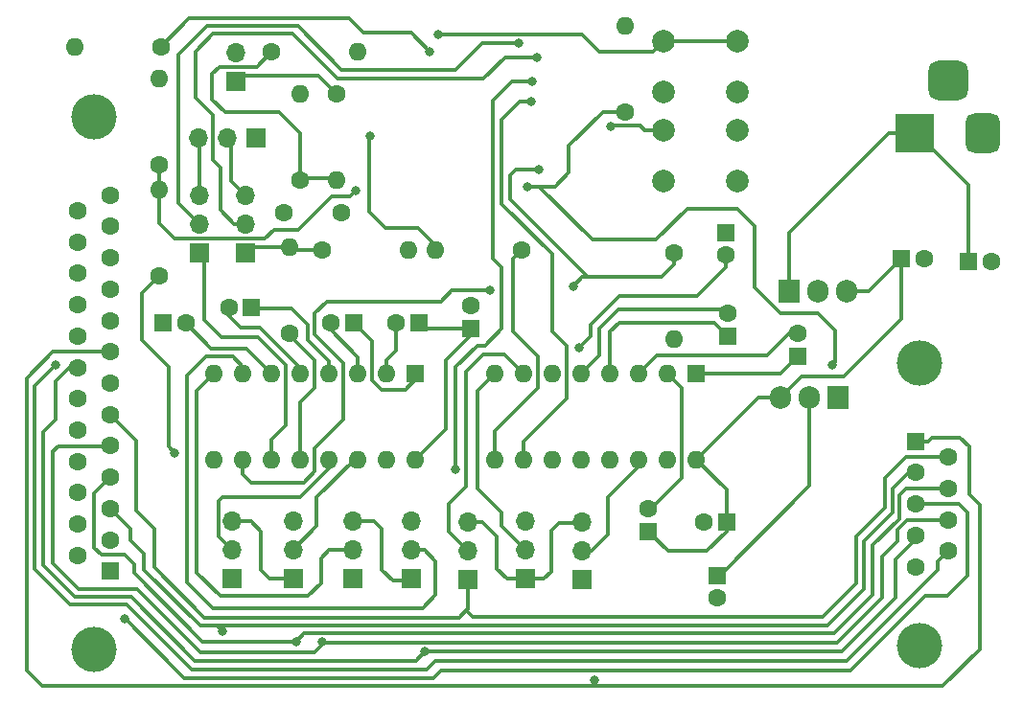
<source format=gbr>
%TF.GenerationSoftware,KiCad,Pcbnew,(6.0.2)*%
%TF.CreationDate,2022-07-30T21:02:22-05:00*%
%TF.ProjectId,WiFiModem,57694669-4d6f-4646-956d-2e6b69636164,rev?*%
%TF.SameCoordinates,Original*%
%TF.FileFunction,Copper,L2,Bot*%
%TF.FilePolarity,Positive*%
%FSLAX46Y46*%
G04 Gerber Fmt 4.6, Leading zero omitted, Abs format (unit mm)*
G04 Created by KiCad (PCBNEW (6.0.2)) date 2022-07-30 21:02:22*
%MOMM*%
%LPD*%
G01*
G04 APERTURE LIST*
G04 Aperture macros list*
%AMRoundRect*
0 Rectangle with rounded corners*
0 $1 Rounding radius*
0 $2 $3 $4 $5 $6 $7 $8 $9 X,Y pos of 4 corners*
0 Add a 4 corners polygon primitive as box body*
4,1,4,$2,$3,$4,$5,$6,$7,$8,$9,$2,$3,0*
0 Add four circle primitives for the rounded corners*
1,1,$1+$1,$2,$3*
1,1,$1+$1,$4,$5*
1,1,$1+$1,$6,$7*
1,1,$1+$1,$8,$9*
0 Add four rect primitives between the rounded corners*
20,1,$1+$1,$2,$3,$4,$5,0*
20,1,$1+$1,$4,$5,$6,$7,0*
20,1,$1+$1,$6,$7,$8,$9,0*
20,1,$1+$1,$8,$9,$2,$3,0*%
G04 Aperture macros list end*
%TA.AperFunction,ComponentPad*%
%ADD10R,1.600000X1.600000*%
%TD*%
%TA.AperFunction,ComponentPad*%
%ADD11C,1.600000*%
%TD*%
%TA.AperFunction,ComponentPad*%
%ADD12R,1.700000X1.700000*%
%TD*%
%TA.AperFunction,ComponentPad*%
%ADD13O,1.700000X1.700000*%
%TD*%
%TA.AperFunction,ComponentPad*%
%ADD14O,1.600000X1.600000*%
%TD*%
%TA.AperFunction,ComponentPad*%
%ADD15C,4.000000*%
%TD*%
%TA.AperFunction,ComponentPad*%
%ADD16R,1.905000X2.000000*%
%TD*%
%TA.AperFunction,ComponentPad*%
%ADD17O,1.905000X2.000000*%
%TD*%
%TA.AperFunction,ComponentPad*%
%ADD18C,2.000000*%
%TD*%
%TA.AperFunction,ComponentPad*%
%ADD19R,3.500000X3.500000*%
%TD*%
%TA.AperFunction,ComponentPad*%
%ADD20RoundRect,0.750000X0.750000X1.000000X-0.750000X1.000000X-0.750000X-1.000000X0.750000X-1.000000X0*%
%TD*%
%TA.AperFunction,ComponentPad*%
%ADD21RoundRect,0.875000X0.875000X0.875000X-0.875000X0.875000X-0.875000X-0.875000X0.875000X-0.875000X0*%
%TD*%
%TA.AperFunction,ViaPad*%
%ADD22C,0.800000*%
%TD*%
%TA.AperFunction,Conductor*%
%ADD23C,0.350000*%
%TD*%
G04 APERTURE END LIST*
D10*
%TO.P,C13,1*%
%TO.N,+5V*%
X136960000Y-111430000D03*
D11*
%TO.P,C13,2*%
%TO.N,GND*%
X134960000Y-111430000D03*
%TD*%
D12*
%TO.P,JP3,1,A*%
%TO.N,RTS*%
X103980000Y-116445000D03*
D13*
%TO.P,JP3,2,C*%
%TO.N,RTSB*%
X103980000Y-113905000D03*
%TO.P,JP3,3,B*%
%TO.N,CTS*%
X103980000Y-111365000D03*
%TD*%
D12*
%TO.P,JP2,1,A*%
%TO.N,TXD*%
X93300000Y-116435000D03*
D13*
%TO.P,JP2,2,C*%
%TO.N,TXDB*%
X93300000Y-113895000D03*
%TO.P,JP2,3,B*%
%TO.N,RXD*%
X93300000Y-111355000D03*
%TD*%
D11*
%TO.P,R10,1*%
%TO.N,Net-(R10-Pad1)*%
X118890000Y-87370000D03*
D14*
%TO.P,R10,2*%
%TO.N,GPIO14*%
X111270000Y-87370000D03*
%TD*%
D12*
%TO.P,JP10,1,A*%
%TO.N,DTR*%
X119160000Y-116475000D03*
D13*
%TO.P,JP10,2,C*%
%TO.N,DTRB*%
X119160000Y-113935000D03*
%TO.P,JP10,3,B*%
%TO.N,DSR*%
X119160000Y-111395000D03*
%TD*%
D15*
%TO.P,J1,0*%
%TO.N,N/C*%
X153970000Y-97345000D03*
X153970000Y-122345000D03*
D10*
%TO.P,J1,1,1*%
%TO.N,DCD*%
X153670000Y-104305000D03*
D11*
%TO.P,J1,2,2*%
%TO.N,TXD*%
X153670000Y-107075000D03*
%TO.P,J1,3,3*%
%TO.N,RXD*%
X153670000Y-109845000D03*
%TO.P,J1,4,4*%
%TO.N,DTR*%
X153670000Y-112615000D03*
%TO.P,J1,5,5*%
%TO.N,GND*%
X153670000Y-115385000D03*
%TO.P,J1,6,6*%
%TO.N,DSR*%
X156510000Y-105690000D03*
%TO.P,J1,7,7*%
%TO.N,CTS*%
X156510000Y-108460000D03*
%TO.P,J1,8,8*%
%TO.N,RTS*%
X156510000Y-111230000D03*
%TO.P,J1,9,9*%
%TO.N,RI*%
X156510000Y-114000000D03*
%TD*%
D10*
%TO.P,C11,1*%
%TO.N,GND*%
X136906000Y-85852000D03*
D11*
%TO.P,C11,2*%
%TO.N,Net-(C11-Pad2)*%
X136906000Y-87852000D03*
%TD*%
D10*
%TO.P,U3,1,C1+*%
%TO.N,Net-(C7-Pad1)*%
X109484000Y-98308000D03*
D14*
%TO.P,U3,2,VS+*%
%TO.N,Net-(C2-Pad2)*%
X106944000Y-98308000D03*
%TO.P,U3,3,C1-*%
%TO.N,Net-(C7-Pad2)*%
X104404000Y-98308000D03*
%TO.P,U3,4,C2+*%
%TO.N,Net-(C4-Pad1)*%
X101864000Y-98308000D03*
%TO.P,U3,5,C2-*%
%TO.N,Net-(C4-Pad2)*%
X99324000Y-98308000D03*
%TO.P,U3,6,VS-*%
%TO.N,Net-(C3-Pad2)*%
X96784000Y-98308000D03*
%TO.P,U3,7,T2OUT*%
%TO.N,CTSB*%
X94244000Y-98308000D03*
%TO.P,U3,8,R2IN*%
%TO.N,RTSB*%
X91704000Y-98308000D03*
%TO.P,U3,9,R2OUT*%
%TO.N,Net-(R1-Pad1)*%
X91704000Y-105928000D03*
%TO.P,U3,10,T2IN*%
%TO.N,GPIO15*%
X94244000Y-105928000D03*
%TO.P,U3,11,T1IN*%
%TO.N,GPIO1*%
X96784000Y-105928000D03*
%TO.P,U3,12,R1OUT*%
%TO.N,Net-(R3-Pad1)*%
X99324000Y-105928000D03*
%TO.P,U3,13,R1IN*%
%TO.N,TXDB*%
X101864000Y-105928000D03*
%TO.P,U3,14,T1OUT*%
%TO.N,RXDB*%
X104404000Y-105928000D03*
%TO.P,U3,15,GND*%
%TO.N,GND*%
X106944000Y-105928000D03*
%TO.P,U3,16,VCC*%
%TO.N,+5V*%
X109484000Y-105928000D03*
%TD*%
D16*
%TO.P,U2,1,VI*%
%TO.N,Net-(C1-Pad1)*%
X142494000Y-91018000D03*
D17*
%TO.P,U2,2,GND*%
%TO.N,GND*%
X145034000Y-91018000D03*
%TO.P,U2,3,VO*%
%TO.N,+5V*%
X147574000Y-91018000D03*
%TD*%
D10*
%TO.P,C3,1*%
%TO.N,GND*%
X87200000Y-93860000D03*
D11*
%TO.P,C3,2*%
%TO.N,Net-(C3-Pad2)*%
X89200000Y-93860000D03*
%TD*%
D10*
%TO.P,C2,1*%
%TO.N,+5V*%
X109760000Y-93800000D03*
D11*
%TO.P,C2,2*%
%TO.N,Net-(C2-Pad2)*%
X107760000Y-93800000D03*
%TD*%
D10*
%TO.P,C1,1*%
%TO.N,Net-(C1-Pad1)*%
X158302888Y-88392000D03*
D11*
%TO.P,C1,2*%
%TO.N,GND*%
X160302888Y-88392000D03*
%TD*%
D13*
%TO.P,JP9,3,B*%
%TO.N,DTR*%
X124206000Y-111440000D03*
%TO.P,JP9,2,C*%
%TO.N,DCD*%
X124206000Y-113980000D03*
D12*
%TO.P,JP9,1,A*%
%TO.N,DSR*%
X124206000Y-116520000D03*
%TD*%
D18*
%TO.P,SW1,1,1*%
%TO.N,GND*%
X137922000Y-73406000D03*
X131422000Y-73406000D03*
%TO.P,SW1,2,2*%
%TO.N,Net-(R6-Pad2)*%
X137922000Y-68906000D03*
X131422000Y-68906000D03*
%TD*%
D11*
%TO.P,R6,1*%
%TO.N,+3V3*%
X96774000Y-69850000D03*
D14*
%TO.P,R6,2*%
%TO.N,Net-(R6-Pad2)*%
X104394000Y-69850000D03*
%TD*%
D11*
%TO.P,R8,1*%
%TO.N,+3V3*%
X128016000Y-75184000D03*
D14*
%TO.P,R8,2*%
%TO.N,Net-(R8-Pad2)*%
X128016000Y-67564000D03*
%TD*%
D11*
%TO.P,R7,1*%
%TO.N,GPIO15*%
X132320000Y-87630000D03*
D14*
%TO.P,R7,2*%
%TO.N,GND*%
X132320000Y-95250000D03*
%TD*%
D12*
%TO.P,JP1,1,A*%
%TO.N,RXD*%
X98690000Y-116415000D03*
D13*
%TO.P,JP1,2,C*%
%TO.N,RXDB*%
X98690000Y-113875000D03*
%TO.P,JP1,3,B*%
%TO.N,TXD*%
X98690000Y-111335000D03*
%TD*%
D11*
%TO.P,R3,1*%
%TO.N,Net-(R3-Pad1)*%
X98400000Y-94720000D03*
D14*
%TO.P,R3,2*%
%TO.N,GPIO3*%
X98400000Y-87100000D03*
%TD*%
D15*
%TO.P,J2,0*%
%TO.N,N/C*%
X81100000Y-75610000D03*
X81100000Y-122710000D03*
D10*
%TO.P,J2,1,1*%
%TO.N,unconnected-(J2-Pad1)*%
X82520000Y-115780000D03*
D11*
%TO.P,J2,2,2*%
%TO.N,RXD*%
X82520000Y-113010000D03*
%TO.P,J2,3,3*%
%TO.N,TXD*%
X82520000Y-110240000D03*
%TO.P,J2,4,4*%
%TO.N,CTS*%
X82520000Y-107470000D03*
%TO.P,J2,5,5*%
%TO.N,RTS*%
X82520000Y-104700000D03*
%TO.P,J2,6,6*%
%TO.N,DSR*%
X82520000Y-101930000D03*
%TO.P,J2,7,7*%
%TO.N,GND*%
X82520000Y-99160000D03*
%TO.P,J2,8,8*%
%TO.N,DCD*%
X82520000Y-96390000D03*
%TO.P,J2,9,9*%
%TO.N,unconnected-(J2-Pad9)*%
X82520000Y-93620000D03*
%TO.P,J2,10,10*%
%TO.N,unconnected-(J2-Pad10)*%
X82520000Y-90850000D03*
%TO.P,J2,11,11*%
%TO.N,unconnected-(J2-Pad11)*%
X82520000Y-88080000D03*
%TO.P,J2,12,12*%
%TO.N,unconnected-(J2-Pad12)*%
X82520000Y-85310000D03*
%TO.P,J2,13,13*%
%TO.N,unconnected-(J2-Pad13)*%
X82520000Y-82540000D03*
%TO.P,J2,14,P14*%
%TO.N,unconnected-(J2-Pad14)*%
X79680000Y-114395000D03*
%TO.P,J2,15,P15*%
%TO.N,unconnected-(J2-Pad15)*%
X79680000Y-111625000D03*
%TO.P,J2,16,P16*%
%TO.N,unconnected-(J2-Pad16)*%
X79680000Y-108855000D03*
%TO.P,J2,17,P17*%
%TO.N,unconnected-(J2-Pad17)*%
X79680000Y-106085000D03*
%TO.P,J2,18,P18*%
%TO.N,unconnected-(J2-Pad18)*%
X79680000Y-103315000D03*
%TO.P,J2,19,P19*%
%TO.N,unconnected-(J2-Pad19)*%
X79680000Y-100545000D03*
%TO.P,J2,20,P20*%
%TO.N,DTR*%
X79680000Y-97775000D03*
%TO.P,J2,21,P21*%
%TO.N,unconnected-(J2-Pad21)*%
X79680000Y-95005000D03*
%TO.P,J2,22,P22*%
%TO.N,RI*%
X79680000Y-92235000D03*
%TO.P,J2,23,P23*%
%TO.N,unconnected-(J2-Pad23)*%
X79680000Y-89465000D03*
%TO.P,J2,24,P24*%
%TO.N,unconnected-(J2-Pad24)*%
X79680000Y-86695000D03*
%TO.P,J2,25,P25*%
%TO.N,unconnected-(J2-Pad25)*%
X79680000Y-83925000D03*
%TD*%
%TO.P,R12,1*%
%TO.N,GPIO14*%
X86980000Y-69420000D03*
D14*
%TO.P,R12,2*%
%TO.N,GND*%
X79360000Y-69420000D03*
%TD*%
D11*
%TO.P,R9,1*%
%TO.N,Net-(JP8-Pad1)*%
X102480000Y-73610000D03*
D14*
%TO.P,R9,2*%
%TO.N,+3V3*%
X102480000Y-81230000D03*
%TD*%
D11*
%TO.P,C9,1*%
%TO.N,GND*%
X97890000Y-84070000D03*
%TO.P,C9,2*%
%TO.N,+3V3*%
X102890000Y-84070000D03*
%TD*%
D12*
%TO.P,JP6,1,A*%
%TO.N,GPIO3*%
X94488000Y-87630000D03*
D13*
%TO.P,JP6,2,C*%
%TO.N,Net-(JP6-Pad2)*%
X94488000Y-85090000D03*
%TO.P,JP6,3,B*%
%TO.N,Net-(J4-Pad2)*%
X94488000Y-82550000D03*
%TD*%
D12*
%TO.P,J4,1,Pin_1*%
%TO.N,GND*%
X95390000Y-77490000D03*
D13*
%TO.P,J4,2,Pin_2*%
%TO.N,Net-(J4-Pad2)*%
X92850000Y-77490000D03*
%TO.P,J4,3,Pin_3*%
%TO.N,Net-(J4-Pad3)*%
X90310000Y-77490000D03*
%TD*%
D10*
%TO.P,C6,1*%
%TO.N,+5V*%
X114320000Y-94310000D03*
D11*
%TO.P,C6,2*%
%TO.N,GND*%
X114320000Y-92310000D03*
%TD*%
%TO.P,C10,2*%
%TO.N,Net-(C10-Pad2)*%
X130048000Y-110268000D03*
D10*
%TO.P,C10,1*%
%TO.N,+5V*%
X130048000Y-112268000D03*
%TD*%
D11*
%TO.P,R4,1*%
%TO.N,GPIO3*%
X101220000Y-87420000D03*
D14*
%TO.P,R4,2*%
%TO.N,GND*%
X108840000Y-87420000D03*
%TD*%
D18*
%TO.P,SW2,1,1*%
%TO.N,Net-(R8-Pad2)*%
X131422000Y-76780000D03*
X137922000Y-76780000D03*
%TO.P,SW2,2,2*%
%TO.N,GND*%
X131422000Y-81280000D03*
X137922000Y-81280000D03*
%TD*%
D10*
%TO.P,U5,1,C1+*%
%TO.N,Net-(C14-Pad1)*%
X134280000Y-98280000D03*
D14*
%TO.P,U5,2,VS+*%
%TO.N,Net-(C10-Pad2)*%
X131740000Y-98280000D03*
%TO.P,U5,3,C1-*%
%TO.N,Net-(C14-Pad2)*%
X129200000Y-98280000D03*
%TO.P,U5,4,C2+*%
%TO.N,Net-(C12-Pad1)*%
X126660000Y-98280000D03*
%TO.P,U5,5,C2-*%
%TO.N,Net-(C12-Pad2)*%
X124120000Y-98280000D03*
%TO.P,U5,6,VS-*%
%TO.N,Net-(C11-Pad2)*%
X121580000Y-98280000D03*
%TO.P,U5,7,T2OUT*%
%TO.N,DSRB*%
X119040000Y-98280000D03*
%TO.P,U5,8,R2IN*%
%TO.N,DTRB*%
X116500000Y-98280000D03*
%TO.P,U5,9,R2OUT*%
%TO.N,Net-(R10-Pad1)*%
X116500000Y-105900000D03*
%TO.P,U5,10,T2IN*%
%TO.N,GPIO4*%
X119040000Y-105900000D03*
%TO.P,U5,11,T1IN*%
%TO.N,GPIO5*%
X121580000Y-105900000D03*
%TO.P,U5,12,R1OUT*%
%TO.N,unconnected-(U5-Pad12)*%
X124120000Y-105900000D03*
%TO.P,U5,13,R1IN*%
%TO.N,unconnected-(U5-Pad13)*%
X126660000Y-105900000D03*
%TO.P,U5,14,T1OUT*%
%TO.N,DCD*%
X129200000Y-105900000D03*
%TO.P,U5,15,GND*%
%TO.N,GND*%
X131740000Y-105900000D03*
%TO.P,U5,16,VCC*%
%TO.N,+5V*%
X134280000Y-105900000D03*
%TD*%
D10*
%TO.P,C5,1*%
%TO.N,+5V*%
X152400000Y-88138000D03*
D11*
%TO.P,C5,2*%
%TO.N,GND*%
X154400000Y-88138000D03*
%TD*%
D12*
%TO.P,JP4,1,A*%
%TO.N,CTS*%
X109150000Y-116470000D03*
D13*
%TO.P,JP4,2,C*%
%TO.N,CTSB*%
X109150000Y-113930000D03*
%TO.P,JP4,3,B*%
%TO.N,RTS*%
X109150000Y-111390000D03*
%TD*%
D10*
%TO.P,C7,1*%
%TO.N,Net-(C7-Pad1)*%
X104000000Y-93800000D03*
D11*
%TO.P,C7,2*%
%TO.N,Net-(C7-Pad2)*%
X102000000Y-93800000D03*
%TD*%
D16*
%TO.P,U4,1,GND*%
%TO.N,GND*%
X146800000Y-100440000D03*
D17*
%TO.P,U4,2,VO*%
%TO.N,+3V3*%
X144260000Y-100440000D03*
%TO.P,U4,3,VI*%
%TO.N,+5V*%
X141720000Y-100440000D03*
%TD*%
D10*
%TO.P,C8,1*%
%TO.N,+3V3*%
X136130000Y-116140000D03*
D11*
%TO.P,C8,2*%
%TO.N,GND*%
X136130000Y-118140000D03*
%TD*%
D10*
%TO.P,C12,1*%
%TO.N,Net-(C12-Pad1)*%
X137050000Y-94996000D03*
D11*
%TO.P,C12,2*%
%TO.N,Net-(C12-Pad2)*%
X137050000Y-92996000D03*
%TD*%
D12*
%TO.P,JP11,1,A*%
%TO.N,DSR*%
X114070000Y-116490000D03*
D13*
%TO.P,JP11,2,C*%
%TO.N,DSRB*%
X114070000Y-113950000D03*
%TO.P,JP11,3,B*%
%TO.N,DTR*%
X114070000Y-111410000D03*
%TD*%
D10*
%TO.P,C14,1*%
%TO.N,Net-(C14-Pad1)*%
X143256000Y-96774000D03*
D11*
%TO.P,C14,2*%
%TO.N,Net-(C14-Pad2)*%
X143256000Y-94774000D03*
%TD*%
D19*
%TO.P,J3,1*%
%TO.N,Net-(C1-Pad1)*%
X153550000Y-77090000D03*
D20*
%TO.P,J3,2*%
%TO.N,GND*%
X159550000Y-77090000D03*
D21*
%TO.P,J3,3*%
%TO.N,unconnected-(J3-Pad3)*%
X156550000Y-72390000D03*
%TD*%
D11*
%TO.P,R1,1*%
%TO.N,Net-(R1-Pad1)*%
X86868000Y-89662000D03*
D14*
%TO.P,R1,2*%
%TO.N,GPIO13*%
X86868000Y-82042000D03*
%TD*%
D12*
%TO.P,JP8,1,A*%
%TO.N,Net-(JP8-Pad1)*%
X93620000Y-72460000D03*
D13*
%TO.P,JP8,2,B*%
%TO.N,GND*%
X93620000Y-69920000D03*
%TD*%
D10*
%TO.P,C4,1*%
%TO.N,Net-(C4-Pad1)*%
X94996000Y-92456000D03*
D11*
%TO.P,C4,2*%
%TO.N,Net-(C4-Pad2)*%
X92996000Y-92456000D03*
%TD*%
%TO.P,R5,1*%
%TO.N,+3V3*%
X99300000Y-81200000D03*
D14*
%TO.P,R5,2*%
%TO.N,Net-(R5-Pad2)*%
X99300000Y-73580000D03*
%TD*%
D11*
%TO.P,R2,1*%
%TO.N,GPIO13*%
X86880000Y-79870000D03*
D14*
%TO.P,R2,2*%
%TO.N,GND*%
X86880000Y-72250000D03*
%TD*%
D12*
%TO.P,JP5,1,A*%
%TO.N,GPIO1*%
X90424000Y-87630000D03*
D13*
%TO.P,JP5,2,C*%
%TO.N,Net-(JP5-Pad2)*%
X90424000Y-85090000D03*
%TO.P,JP5,3,B*%
%TO.N,Net-(J4-Pad3)*%
X90424000Y-82550000D03*
%TD*%
D22*
%TO.N,GPIO5*%
X119750000Y-72480000D03*
%TO.N,+3V3*%
X146304000Y-97536000D03*
X119380000Y-81788000D03*
%TO.N,DCD*%
X125250000Y-125450000D03*
%TO.N,TXD*%
X92470000Y-121130000D03*
%TO.N,RXD*%
X83780000Y-119980000D03*
%TO.N,DTR*%
X110310000Y-122844500D03*
%TO.N,CTS*%
X98930000Y-121980000D03*
%TO.N,RTS*%
X101220000Y-122044500D03*
%TO.N,RI*%
X77700000Y-97580000D03*
%TO.N,Net-(JP5-Pad2)*%
X118618000Y-69088000D03*
%TO.N,Net-(JP6-Pad2)*%
X120240000Y-70400000D03*
%TO.N,Net-(R6-Pad2)*%
X111506000Y-68326000D03*
%TO.N,Net-(R8-Pad2)*%
X126730000Y-76440000D03*
%TO.N,Net-(R1-Pad1)*%
X88220000Y-105320000D03*
%TO.N,GPIO15*%
X120396000Y-80264000D03*
X123420000Y-90570000D03*
X116090000Y-90990000D03*
%TO.N,GPIO13*%
X104160000Y-82140000D03*
%TO.N,Net-(C11-Pad2)*%
X123952000Y-96012000D03*
%TO.N,GPIO14*%
X110744000Y-69850000D03*
X105450000Y-77290000D03*
%TO.N,GPIO5*%
X113020000Y-106780000D03*
%TO.N,GPIO4*%
X119730000Y-74300000D03*
%TD*%
D23*
%TO.N,RXD*%
X89070000Y-125200000D02*
X88410000Y-124540000D01*
X88410000Y-124540000D02*
X88410000Y-124530000D01*
X89190000Y-125200000D02*
X89070000Y-125200000D01*
X89190000Y-125200000D02*
X111080000Y-125200000D01*
X83860000Y-119980000D02*
X88410000Y-124530000D01*
X83780000Y-119980000D02*
X83860000Y-119980000D01*
%TO.N,RI*%
X75860000Y-99420000D02*
X77700000Y-97580000D01*
X89730000Y-124480000D02*
X84000000Y-118750000D01*
X111230000Y-123720000D02*
X110470000Y-124480000D01*
X147540000Y-123720000D02*
X111230000Y-123720000D01*
X155580000Y-115680000D02*
X147540000Y-123720000D01*
X75860000Y-115610000D02*
X75860000Y-99420000D01*
X84000000Y-118750000D02*
X79000000Y-118750000D01*
X155580000Y-114930000D02*
X155580000Y-115680000D01*
X79000000Y-118750000D02*
X75860000Y-115610000D01*
X156510000Y-114000000D02*
X155580000Y-114930000D01*
X110470000Y-124480000D02*
X89730000Y-124480000D01*
%TO.N,DTR*%
X78925000Y-97775000D02*
X79680000Y-97775000D01*
X77700000Y-99000000D02*
X78925000Y-97775000D01*
X77700000Y-102380000D02*
X77700000Y-99000000D01*
X76630000Y-103450000D02*
X77700000Y-102380000D01*
X76630000Y-115280000D02*
X76630000Y-103450000D01*
X79370000Y-118020000D02*
X76630000Y-115280000D01*
X84360000Y-118020000D02*
X79370000Y-118020000D01*
X151900000Y-118140000D02*
X147160000Y-122880000D01*
X109500000Y-123680000D02*
X90020000Y-123680000D01*
X151900000Y-114700000D02*
X151900000Y-118140000D01*
X147160000Y-122880000D02*
X110300000Y-122880000D01*
X90020000Y-123680000D02*
X84360000Y-118020000D01*
X153670000Y-112930000D02*
X151900000Y-114700000D01*
X110300000Y-122880000D02*
X109500000Y-123680000D01*
X153670000Y-112615000D02*
X153670000Y-112930000D01*
%TO.N,RTS*%
X82480000Y-104740000D02*
X82520000Y-104700000D01*
X77940000Y-104740000D02*
X82480000Y-104740000D01*
X77470000Y-105210000D02*
X77940000Y-104740000D01*
X77470000Y-115040000D02*
X77470000Y-105210000D01*
X79760000Y-117330000D02*
X77470000Y-115040000D01*
X84880000Y-117330000D02*
X79760000Y-117330000D01*
X90470000Y-122920000D02*
X84880000Y-117330000D01*
X100520000Y-122920000D02*
X90470000Y-122920000D01*
X146730000Y-122070000D02*
X101370000Y-122070000D01*
X150700000Y-118100000D02*
X146730000Y-122070000D01*
X101370000Y-122070000D02*
X100520000Y-122920000D01*
X152050000Y-113120000D02*
X150700000Y-114470000D01*
X152910000Y-111230000D02*
X152050000Y-112090000D01*
X152050000Y-112090000D02*
X152050000Y-113120000D01*
X150700000Y-114470000D02*
X150700000Y-118100000D01*
X156510000Y-111230000D02*
X152910000Y-111230000D01*
%TO.N,CTS*%
X81120000Y-108870000D02*
X82520000Y-107470000D01*
X81770000Y-114350000D02*
X81120000Y-113700000D01*
X84610000Y-115170000D02*
X83790000Y-114350000D01*
X83790000Y-114350000D02*
X81770000Y-114350000D01*
X90640000Y-121980000D02*
X84610000Y-115950000D01*
X98930000Y-121980000D02*
X90640000Y-121980000D01*
X84610000Y-115950000D02*
X84610000Y-115170000D01*
X81120000Y-113700000D02*
X81120000Y-108870000D01*
%TO.N,TXD*%
X84290000Y-112010000D02*
X82520000Y-110240000D01*
X84290000Y-113010000D02*
X84290000Y-112010000D01*
%TO.N,DSR*%
X84840000Y-110460000D02*
X84840000Y-104250000D01*
X86440000Y-112060000D02*
X84840000Y-110460000D01*
X84840000Y-104250000D02*
X82520000Y-101930000D01*
X86440000Y-115460000D02*
X86440000Y-112060000D01*
X90850000Y-119870000D02*
X86440000Y-115460000D01*
X113320000Y-119870000D02*
X90850000Y-119870000D01*
X113950000Y-119240000D02*
X113320000Y-119870000D01*
%TO.N,DTR*%
X124116000Y-111530000D02*
X124206000Y-111440000D01*
X122130000Y-111530000D02*
X124116000Y-111530000D01*
X121440000Y-115870000D02*
X121440000Y-112220000D01*
X120835000Y-116475000D02*
X121440000Y-115870000D01*
X119160000Y-116475000D02*
X120835000Y-116475000D01*
%TO.N,DCD*%
X129200000Y-106512000D02*
X129200000Y-105900000D01*
X126492000Y-109220000D02*
X129200000Y-106512000D01*
X126492000Y-112508000D02*
X126492000Y-109220000D01*
X125020000Y-113980000D02*
X126492000Y-112508000D01*
X124206000Y-113980000D02*
X125020000Y-113980000D01*
%TO.N,DTR*%
X121440000Y-112220000D02*
X122130000Y-111530000D01*
%TO.N,+5V*%
X136960000Y-112250000D02*
X136960000Y-111430000D01*
X135200000Y-114010000D02*
X136960000Y-112250000D01*
%TO.N,Net-(C10-Pad2)*%
X130270000Y-110268000D02*
X130048000Y-110268000D01*
%TO.N,+5V*%
X130048000Y-112268000D02*
X131790000Y-114010000D01*
%TO.N,Net-(C10-Pad2)*%
X133020000Y-107518000D02*
X130270000Y-110268000D01*
X133020000Y-99560000D02*
X133020000Y-107518000D01*
%TO.N,+5V*%
X131790000Y-114010000D02*
X135200000Y-114010000D01*
%TO.N,Net-(C10-Pad2)*%
X131740000Y-98280000D02*
X133020000Y-99560000D01*
%TO.N,+5V*%
X136960000Y-108580000D02*
X134280000Y-105900000D01*
X136960000Y-111430000D02*
X136960000Y-108580000D01*
%TO.N,DCD*%
X125200000Y-125500000D02*
X125200000Y-125950000D01*
X125250000Y-125450000D02*
X125200000Y-125500000D01*
%TO.N,RXD*%
X155875000Y-109845000D02*
X153670000Y-109845000D01*
X155880000Y-109840000D02*
X155875000Y-109845000D01*
X157480000Y-109840000D02*
X155880000Y-109840000D01*
X158220000Y-110580000D02*
X157480000Y-109840000D01*
X158220000Y-116150000D02*
X158220000Y-110580000D01*
X147860000Y-124520000D02*
X154460000Y-117920000D01*
X156450000Y-117920000D02*
X158220000Y-116150000D01*
X111080000Y-125200000D02*
X111760000Y-124520000D01*
X111760000Y-124520000D02*
X147860000Y-124520000D01*
X154460000Y-117920000D02*
X156450000Y-117920000D01*
%TO.N,GPIO5*%
X113010000Y-97760000D02*
X113010000Y-106770000D01*
X114940000Y-95830000D02*
X113010000Y-97760000D01*
X115590000Y-95830000D02*
X114940000Y-95830000D01*
X117094000Y-94326000D02*
X115590000Y-95830000D01*
X116332000Y-74188000D02*
X116332000Y-88138000D01*
X117094000Y-88900000D02*
X117094000Y-94326000D01*
X113010000Y-106770000D02*
X113020000Y-106780000D01*
X119750000Y-72480000D02*
X118040000Y-72480000D01*
X118040000Y-72480000D02*
X116332000Y-74188000D01*
X116332000Y-88138000D02*
X117094000Y-88900000D01*
%TO.N,Net-(JP8-Pad1)*%
X94090000Y-71990000D02*
X93620000Y-72460000D01*
X102480000Y-73610000D02*
X100860000Y-71990000D01*
X100860000Y-71990000D02*
X94090000Y-71990000D01*
%TO.N,Net-(C1-Pad1)*%
X158302888Y-81632888D02*
X153760000Y-77090000D01*
X142494000Y-85836000D02*
X151240000Y-77090000D01*
X142494000Y-91018000D02*
X142494000Y-85836000D01*
X153760000Y-77090000D02*
X153550000Y-77090000D01*
X151240000Y-77090000D02*
X153550000Y-77090000D01*
X158302888Y-88392000D02*
X158302888Y-81632888D01*
%TO.N,+5V*%
X112190000Y-97100000D02*
X114320000Y-94970000D01*
X139740000Y-100440000D02*
X134280000Y-105900000D01*
X112190000Y-103190000D02*
X112190000Y-97100000D01*
X114310000Y-94320000D02*
X110280000Y-94320000D01*
X110280000Y-94320000D02*
X109760000Y-93800000D01*
X109484000Y-105928000D02*
X109484000Y-105896000D01*
X114320000Y-94310000D02*
X114310000Y-94320000D01*
X141720000Y-100440000D02*
X139740000Y-100440000D01*
X114320000Y-94970000D02*
X114320000Y-94310000D01*
X109484000Y-105896000D02*
X112190000Y-103190000D01*
X152400000Y-88138000D02*
X152400000Y-93472000D01*
X152400000Y-93472000D02*
X147320000Y-98552000D01*
X143608000Y-98552000D02*
X141720000Y-100440000D01*
X147574000Y-91018000D02*
X149520000Y-91018000D01*
X149520000Y-91018000D02*
X152400000Y-88138000D01*
X143608000Y-98552000D02*
X147320000Y-98552000D01*
%TO.N,Net-(C2-Pad2)*%
X107760000Y-96278000D02*
X107760000Y-93800000D01*
X106944000Y-97094000D02*
X107760000Y-96278000D01*
X106944000Y-98308000D02*
X106944000Y-97094000D01*
%TO.N,Net-(C3-Pad2)*%
X94556000Y-96080000D02*
X91420000Y-96080000D01*
X96784000Y-98308000D02*
X94556000Y-96080000D01*
X91420000Y-96080000D02*
X89200000Y-93860000D01*
%TO.N,Net-(C4-Pad1)*%
X98520000Y-92530000D02*
X95070000Y-92530000D01*
X101864000Y-97224000D02*
X99970000Y-95330000D01*
X99970000Y-93980000D02*
X98520000Y-92530000D01*
X99970000Y-95330000D02*
X99970000Y-93980000D01*
X101864000Y-98308000D02*
X101864000Y-97224000D01*
X95070000Y-92530000D02*
X94996000Y-92456000D01*
%TO.N,Net-(C4-Pad2)*%
X92996000Y-93196000D02*
X92996000Y-92456000D01*
X99324000Y-97824000D02*
X95770000Y-94270000D01*
X99324000Y-98308000D02*
X99324000Y-97824000D01*
X95770000Y-94270000D02*
X94070000Y-94270000D01*
X94070000Y-94270000D02*
X92996000Y-93196000D01*
%TO.N,Net-(C7-Pad1)*%
X106480000Y-99750000D02*
X105680000Y-98950000D01*
X104010000Y-93800000D02*
X104000000Y-93800000D01*
X105680000Y-98950000D02*
X105680000Y-95470000D01*
X109484000Y-98308000D02*
X109484000Y-98836000D01*
X109484000Y-98836000D02*
X108570000Y-99750000D01*
X105680000Y-95470000D02*
X104010000Y-93800000D01*
X108570000Y-99750000D02*
X106480000Y-99750000D01*
%TO.N,Net-(C7-Pad2)*%
X104404000Y-96864000D02*
X104404000Y-98308000D01*
X102000000Y-93800000D02*
X102000000Y-94460000D01*
X102000000Y-94460000D02*
X104404000Y-96864000D01*
%TO.N,+3V3*%
X95490000Y-71190000D02*
X92180000Y-71190000D01*
X146558000Y-97282000D02*
X146558000Y-94488000D01*
X146304000Y-97536000D02*
X146558000Y-97282000D01*
X91520000Y-74080000D02*
X92670000Y-75230000D01*
X102480000Y-81230000D02*
X102320000Y-81070000D01*
X144280000Y-108230000D02*
X144272000Y-108222000D01*
X123030000Y-80550000D02*
X121792000Y-81788000D01*
X139446000Y-90678000D02*
X139446000Y-85276000D01*
X99270000Y-77600000D02*
X99300000Y-77630000D01*
X99300000Y-77630000D02*
X99300000Y-81200000D01*
X133470000Y-83770000D02*
X130740000Y-86500000D01*
X99270000Y-77040000D02*
X99270000Y-77600000D01*
X125108000Y-86500000D02*
X120396000Y-81788000D01*
X96774000Y-69850000D02*
X96774000Y-69906000D01*
X145034000Y-92964000D02*
X141732000Y-92964000D01*
X136130000Y-116140000D02*
X136370000Y-116140000D01*
X96774000Y-69906000D02*
X95490000Y-71190000D01*
X146558000Y-94488000D02*
X145034000Y-92964000D01*
X97460000Y-75230000D02*
X99270000Y-77040000D01*
X119762000Y-81788000D02*
X119380000Y-81788000D01*
X144272000Y-100452000D02*
X144260000Y-100440000D01*
X123030000Y-78160000D02*
X123030000Y-80550000D01*
X92180000Y-71190000D02*
X91520000Y-71850000D01*
X92670000Y-75230000D02*
X97460000Y-75230000D01*
X99430000Y-81070000D02*
X99300000Y-81200000D01*
X102320000Y-81070000D02*
X99430000Y-81070000D01*
X137940000Y-83770000D02*
X133470000Y-83770000D01*
X126006000Y-75184000D02*
X123030000Y-78160000D01*
X141732000Y-92964000D02*
X139446000Y-90678000D01*
X139446000Y-85276000D02*
X137940000Y-83770000D01*
X91520000Y-71850000D02*
X91520000Y-74080000D01*
X136370000Y-116140000D02*
X144280000Y-108230000D01*
X128016000Y-75184000D02*
X126006000Y-75184000D01*
X130740000Y-86500000D02*
X125108000Y-86500000D01*
X119762000Y-81788000D02*
X121792000Y-81788000D01*
X144272000Y-108222000D02*
X144272000Y-100452000D01*
%TO.N,DCD*%
X75120000Y-98750000D02*
X77480000Y-96390000D01*
X77480000Y-96390000D02*
X82520000Y-96390000D01*
X155120000Y-103950000D02*
X154765000Y-104305000D01*
X159310000Y-109940000D02*
X158350000Y-108980000D01*
X154765000Y-104305000D02*
X153670000Y-104305000D01*
X75120000Y-124520000D02*
X75120000Y-98750000D01*
X158350000Y-104740000D02*
X157560000Y-103950000D01*
X76550000Y-125950000D02*
X75120000Y-124520000D01*
X156030000Y-125950000D02*
X159310000Y-122670000D01*
X125200000Y-125950000D02*
X76550000Y-125950000D01*
X158350000Y-108980000D02*
X158350000Y-104740000D01*
X125200000Y-125950000D02*
X156030000Y-125950000D01*
X157560000Y-103950000D02*
X155120000Y-103950000D01*
X159310000Y-122670000D02*
X159310000Y-109940000D01*
%TO.N,TXD*%
X149100000Y-113110000D02*
X149100000Y-117330000D01*
X153670000Y-107075000D02*
X153015000Y-107075000D01*
X85500000Y-115640000D02*
X85500000Y-114220000D01*
X85500000Y-114220000D02*
X84290000Y-113010000D01*
X149100000Y-117330000D02*
X145830000Y-120600000D01*
X90460000Y-120600000D02*
X85500000Y-115640000D01*
X91940000Y-120600000D02*
X92470000Y-121130000D01*
X151610000Y-108480000D02*
X151610000Y-110600000D01*
X151610000Y-110600000D02*
X149100000Y-113110000D01*
X153015000Y-107075000D02*
X151610000Y-108480000D01*
X145830000Y-120600000D02*
X90460000Y-120600000D01*
%TO.N,RXD*%
X95860000Y-112280000D02*
X95860000Y-115710000D01*
X93300000Y-111355000D02*
X94935000Y-111355000D01*
X94935000Y-111355000D02*
X95860000Y-112280000D01*
X95860000Y-115710000D02*
X96565000Y-116415000D01*
X96565000Y-116415000D02*
X98690000Y-116415000D01*
%TO.N,DTR*%
X114070000Y-111410000D02*
X115400000Y-111410000D01*
X115400000Y-111410000D02*
X116670000Y-112680000D01*
X117545000Y-116475000D02*
X119160000Y-116475000D01*
X116670000Y-115600000D02*
X117545000Y-116475000D01*
X116670000Y-112680000D02*
X116670000Y-115600000D01*
%TO.N,DSR*%
X114070000Y-116490000D02*
X114070000Y-119120000D01*
X145410000Y-119800000D02*
X148390000Y-116820000D01*
X114070000Y-119120000D02*
X113950000Y-119240000D01*
X152810000Y-105690000D02*
X156510000Y-105690000D01*
X150920000Y-107580000D02*
X152810000Y-105690000D01*
X148390000Y-112680000D02*
X150920000Y-110150000D01*
X150920000Y-110150000D02*
X150920000Y-107580000D01*
X114510000Y-119800000D02*
X145410000Y-119800000D01*
X113950000Y-119240000D02*
X114510000Y-119800000D01*
X148390000Y-116820000D02*
X148390000Y-112680000D01*
%TO.N,CTS*%
X108980000Y-116640000D02*
X109150000Y-116470000D01*
X105825000Y-111365000D02*
X106530000Y-112070000D01*
X152220000Y-111142862D02*
X149860000Y-113502862D01*
X107510000Y-116640000D02*
X108980000Y-116640000D01*
X99640000Y-121270000D02*
X146470000Y-121270000D01*
X103980000Y-111365000D02*
X105825000Y-111365000D01*
X152830000Y-108460000D02*
X152220000Y-109070000D01*
X98930000Y-121980000D02*
X99640000Y-121270000D01*
X106530000Y-112070000D02*
X106530000Y-115660000D01*
X149860000Y-113502862D02*
X149860000Y-117880000D01*
X156510000Y-108460000D02*
X152830000Y-108460000D01*
X106530000Y-115660000D02*
X107510000Y-116640000D01*
X149860000Y-117880000D02*
X146470000Y-121270000D01*
X152220000Y-109070000D02*
X152220000Y-111142862D01*
%TO.N,Net-(J4-Pad2)*%
X93218000Y-81280000D02*
X94488000Y-82550000D01*
X93218000Y-77858000D02*
X93218000Y-81280000D01*
X92850000Y-77490000D02*
X93218000Y-77858000D01*
%TO.N,Net-(J4-Pad3)*%
X90424000Y-82550000D02*
X90424000Y-77604000D01*
X90424000Y-77604000D02*
X90310000Y-77490000D01*
%TO.N,RXDB*%
X104092000Y-105928000D02*
X104404000Y-105928000D01*
X100750000Y-111815000D02*
X100750000Y-109270000D01*
X98690000Y-113875000D02*
X100750000Y-111815000D01*
X100750000Y-109270000D02*
X104092000Y-105928000D01*
%TO.N,TXDB*%
X92075489Y-112670489D02*
X93300000Y-113895000D01*
X99290000Y-109230000D02*
X92430000Y-109230000D01*
X92430000Y-109230000D02*
X92075489Y-109584511D01*
X101864000Y-106656000D02*
X99290000Y-109230000D01*
X101864000Y-105928000D02*
X101864000Y-106656000D01*
X92075489Y-109584511D02*
X92075489Y-112670489D01*
%TO.N,RTSB*%
X103980000Y-113905000D02*
X101865000Y-113905000D01*
X99990000Y-117980000D02*
X92250000Y-117980000D01*
X90160000Y-115890000D02*
X90160000Y-99852000D01*
X90160000Y-99852000D02*
X91704000Y-98308000D01*
X101865000Y-113905000D02*
X101150000Y-114620000D01*
X101150000Y-116820000D02*
X99990000Y-117980000D01*
X101150000Y-114620000D02*
X101150000Y-116820000D01*
X92250000Y-117980000D02*
X90160000Y-115890000D01*
%TO.N,CTSB*%
X89340000Y-98470000D02*
X90980000Y-96830000D01*
X111240000Y-117910000D02*
X110120000Y-119030000D01*
X111240000Y-114880000D02*
X111240000Y-117910000D01*
X90980000Y-96830000D02*
X93360000Y-96830000D01*
X91610000Y-119030000D02*
X89340000Y-116760000D01*
X93360000Y-96830000D02*
X94244000Y-97714000D01*
X110120000Y-119030000D02*
X91610000Y-119030000D01*
X110290000Y-113930000D02*
X111240000Y-114880000D01*
X109150000Y-113930000D02*
X110290000Y-113930000D01*
X89340000Y-116760000D02*
X89340000Y-98470000D01*
X94244000Y-97714000D02*
X94244000Y-98308000D01*
%TO.N,Net-(JP5-Pad2)*%
X113030000Y-71460000D02*
X102960000Y-71460000D01*
X118618000Y-69088000D02*
X115402000Y-69088000D01*
X88540000Y-70160000D02*
X88540000Y-83206000D01*
X88540000Y-83206000D02*
X90424000Y-85090000D01*
X102960000Y-71460000D02*
X99110000Y-67610000D01*
X91090000Y-67610000D02*
X88540000Y-70160000D01*
X115402000Y-69088000D02*
X113030000Y-71460000D01*
X99110000Y-67610000D02*
X91090000Y-67610000D01*
%TO.N,Net-(JP6-Pad2)*%
X91590000Y-68300000D02*
X90040000Y-69850000D01*
X91570000Y-75440000D02*
X91570000Y-79410000D01*
X90040000Y-69850000D02*
X90040000Y-73910000D01*
X92270000Y-83870000D02*
X93490000Y-85090000D01*
X91570000Y-79410000D02*
X92270000Y-80110000D01*
X117380000Y-70400000D02*
X115500000Y-72280000D01*
X90040000Y-73910000D02*
X91570000Y-75440000D01*
X120240000Y-70400000D02*
X117380000Y-70400000D01*
X115500000Y-72280000D02*
X102600000Y-72280000D01*
X102600000Y-72280000D02*
X98620000Y-68300000D01*
X93490000Y-85090000D02*
X94488000Y-85090000D01*
X92270000Y-80110000D02*
X92270000Y-83870000D01*
X98620000Y-68300000D02*
X91590000Y-68300000D01*
%TO.N,DTRB*%
X114960000Y-108510000D02*
X114960000Y-99820000D01*
X117040000Y-111815000D02*
X117040000Y-110590000D01*
X119160000Y-113935000D02*
X117040000Y-111815000D01*
X114960000Y-99820000D02*
X116500000Y-98280000D01*
X117040000Y-110590000D02*
X114960000Y-108510000D01*
%TO.N,DSRB*%
X117360000Y-96600000D02*
X119040000Y-98280000D01*
X115460000Y-96600000D02*
X117360000Y-96600000D01*
X113950000Y-98110000D02*
X115460000Y-96600000D01*
X114070000Y-113950000D02*
X112430000Y-112310000D01*
X113950000Y-108300000D02*
X113950000Y-98110000D01*
X112430000Y-109820000D02*
X113950000Y-108300000D01*
X112430000Y-112310000D02*
X112430000Y-109820000D01*
%TO.N,Net-(R6-Pad2)*%
X118938814Y-68313489D02*
X118951325Y-68326000D01*
X111506000Y-68326000D02*
X118284675Y-68326000D01*
X125730000Y-69850000D02*
X130478000Y-69850000D01*
X118284675Y-68326000D02*
X118297186Y-68313489D01*
X118297186Y-68313489D02*
X118938814Y-68313489D01*
X137922000Y-68906000D02*
X131422000Y-68906000D01*
X124206000Y-68326000D02*
X125730000Y-69850000D01*
X118951325Y-68326000D02*
X124206000Y-68326000D01*
X130478000Y-69850000D02*
X131422000Y-68906000D01*
%TO.N,Net-(R8-Pad2)*%
X129720000Y-76780000D02*
X131422000Y-76780000D01*
X126730000Y-76440000D02*
X126930000Y-76440000D01*
X129355489Y-76415489D02*
X129720000Y-76780000D01*
X126930000Y-76440000D02*
X126954511Y-76415489D01*
X126954511Y-76415489D02*
X129355489Y-76415489D01*
%TO.N,Net-(R1-Pad1)*%
X85290000Y-95380000D02*
X85290000Y-91240000D01*
X88220000Y-105320000D02*
X87660000Y-104760000D01*
X87660000Y-104760000D02*
X87660000Y-97750000D01*
X87660000Y-97750000D02*
X85290000Y-95380000D01*
X85290000Y-91240000D02*
X86868000Y-89662000D01*
%TO.N,GPIO1*%
X90800000Y-88006000D02*
X90424000Y-87630000D01*
X96784000Y-104130000D02*
X98044000Y-102870000D01*
X95590000Y-95110000D02*
X92350000Y-95110000D01*
X90800000Y-93560000D02*
X90800000Y-88006000D01*
X98044000Y-97564000D02*
X95590000Y-95110000D01*
X96784000Y-105928000D02*
X96784000Y-104130000D01*
X92350000Y-95110000D02*
X90800000Y-93560000D01*
X98044000Y-102870000D02*
X98044000Y-97564000D01*
%TO.N,GPIO3*%
X101220000Y-87420000D02*
X98720000Y-87420000D01*
X98400000Y-87100000D02*
X95018000Y-87100000D01*
X98720000Y-87420000D02*
X98400000Y-87100000D01*
X95018000Y-87100000D02*
X94488000Y-87630000D01*
%TO.N,Net-(R3-Pad1)*%
X100560000Y-99620000D02*
X100560000Y-97090000D01*
X99324000Y-100856000D02*
X100560000Y-99620000D01*
X100560000Y-97090000D02*
X98400000Y-94930000D01*
X99324000Y-105928000D02*
X99324000Y-100856000D01*
X98400000Y-94930000D02*
X98400000Y-94720000D01*
%TO.N,GPIO15*%
X95000000Y-107960000D02*
X99630000Y-107960000D01*
X94244000Y-107204000D02*
X95000000Y-107960000D01*
X100600000Y-106990000D02*
X100600000Y-104910000D01*
X100580000Y-94830000D02*
X100580000Y-92990000D01*
X103140000Y-102370000D02*
X103140000Y-97390000D01*
X117856000Y-82931000D02*
X124695000Y-89770000D01*
X118364000Y-80264000D02*
X120396000Y-80264000D01*
X117856000Y-82931000D02*
X117856000Y-80772000D01*
X131210000Y-89770000D02*
X132320000Y-88660000D01*
X116090000Y-90990000D02*
X112670000Y-90990000D01*
X123420000Y-90570000D02*
X124220000Y-89770000D01*
X124220000Y-89770000D02*
X131210000Y-89770000D01*
X132320000Y-88660000D02*
X132320000Y-87630000D01*
X112670000Y-90990000D02*
X111730000Y-91930000D01*
X103140000Y-97390000D02*
X100580000Y-94830000D01*
X100600000Y-104910000D02*
X103140000Y-102370000D01*
X100580000Y-92990000D02*
X101640000Y-91930000D01*
X101640000Y-91930000D02*
X111730000Y-91930000D01*
X99630000Y-107960000D02*
X100600000Y-106990000D01*
X94244000Y-105928000D02*
X94244000Y-107204000D01*
X117856000Y-80772000D02*
X118364000Y-80264000D01*
%TO.N,GPIO13*%
X88160000Y-86350000D02*
X86868000Y-85058000D01*
X103690000Y-82610000D02*
X102050000Y-82610000D01*
X86880000Y-79870000D02*
X86880000Y-82030000D01*
X104160000Y-82140000D02*
X103690000Y-82610000D01*
X96200000Y-86350000D02*
X88160000Y-86350000D01*
X102050000Y-82610000D02*
X99080000Y-85580000D01*
X86868000Y-85058000D02*
X86868000Y-82042000D01*
X86880000Y-82030000D02*
X86868000Y-82042000D01*
X96970000Y-85580000D02*
X96200000Y-86350000D01*
X99080000Y-85580000D02*
X96970000Y-85580000D01*
%TO.N,Net-(C11-Pad2)*%
X123952000Y-96012000D02*
X124968000Y-94996000D01*
X136906000Y-88900000D02*
X136906000Y-87852000D01*
X127508000Y-91440000D02*
X134366000Y-91440000D01*
X124968000Y-94996000D02*
X124968000Y-93980000D01*
X124968000Y-93980000D02*
X127508000Y-91440000D01*
X134366000Y-91440000D02*
X136906000Y-88900000D01*
%TO.N,Net-(C12-Pad1)*%
X126660000Y-98280000D02*
X126660000Y-94600000D01*
X127460000Y-93800000D02*
X135854000Y-93800000D01*
X126660000Y-94600000D02*
X127460000Y-93800000D01*
X135854000Y-93800000D02*
X137050000Y-94996000D01*
%TO.N,Net-(C12-Pad2)*%
X125680000Y-94370000D02*
X127370000Y-92680000D01*
X124120000Y-98280000D02*
X125680000Y-96720000D01*
X136734000Y-92680000D02*
X137050000Y-92996000D01*
X127370000Y-92680000D02*
X136734000Y-92680000D01*
X125680000Y-96720000D02*
X125680000Y-94370000D01*
%TO.N,Net-(C14-Pad1)*%
X141750000Y-98280000D02*
X143256000Y-96774000D01*
X134280000Y-98280000D02*
X141750000Y-98280000D01*
%TO.N,Net-(C14-Pad2)*%
X130750000Y-96730000D02*
X140506000Y-96730000D01*
X140506000Y-96730000D02*
X142462000Y-94774000D01*
X142462000Y-94774000D02*
X143256000Y-94774000D01*
X129200000Y-98280000D02*
X130750000Y-96730000D01*
%TO.N,Net-(R10-Pad1)*%
X120320000Y-96830000D02*
X118110000Y-94620000D01*
X116500000Y-103390000D02*
X120320000Y-99570000D01*
X118110000Y-88150000D02*
X118890000Y-87370000D01*
X116500000Y-105900000D02*
X116500000Y-103390000D01*
X118110000Y-94620000D02*
X118110000Y-88150000D01*
X120320000Y-99570000D02*
X120320000Y-96830000D01*
%TO.N,GPIO14*%
X106840000Y-85440000D02*
X109730000Y-85440000D01*
X111270000Y-86980000D02*
X111270000Y-87370000D01*
X104920000Y-68210000D02*
X103640000Y-66930000D01*
X110744000Y-69850000D02*
X109104000Y-68210000D01*
X103640000Y-66930000D02*
X89470000Y-66930000D01*
X105400000Y-77340000D02*
X105400000Y-84000000D01*
X105450000Y-77290000D02*
X105400000Y-77340000D01*
X109104000Y-68210000D02*
X104920000Y-68210000D01*
X109730000Y-85440000D02*
X111270000Y-86980000D01*
X105400000Y-84000000D02*
X106840000Y-85440000D01*
X89470000Y-66930000D02*
X86980000Y-69420000D01*
%TO.N,GPIO4*%
X119710000Y-74280000D02*
X118700000Y-74280000D01*
X121530000Y-94590000D02*
X122830000Y-95890000D01*
X117094000Y-75886000D02*
X117094000Y-83312000D01*
X119730000Y-74300000D02*
X119710000Y-74280000D01*
X117094000Y-83312000D02*
X121530000Y-87748000D01*
X119040000Y-104340000D02*
X119040000Y-105900000D01*
X121530000Y-87748000D02*
X121530000Y-94590000D01*
X122830000Y-95890000D02*
X122830000Y-100550000D01*
X118700000Y-74280000D02*
X117094000Y-75886000D01*
X122830000Y-100550000D02*
X119040000Y-104340000D01*
%TD*%
M02*

</source>
